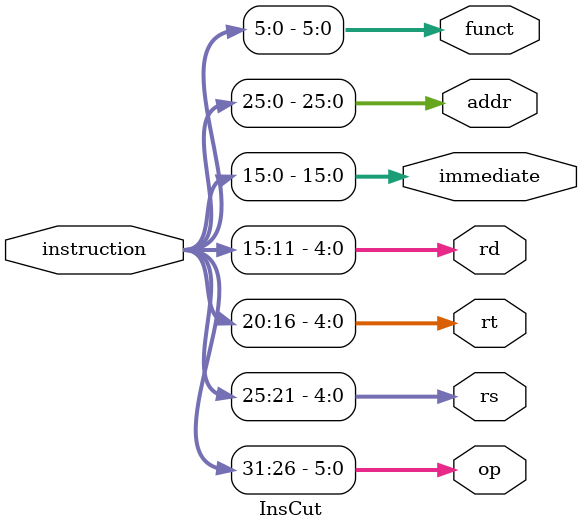
<source format=v>
`timescale 1ns / 1ps


module InsCut(
        input [31:0] instruction,
        output reg[5:0] op,
        output reg[4:0] rs,
        output reg[4:0] rt,
        output reg[4:0] rd,
        //output reg[4:0] sa,
        output reg[15:0] immediate,
        output reg[25:0] addr,
        output reg [5:0] funct
    );

    initial begin
        op = 5'b00000;
        rs = 5'b00000;
        rt = 5'b00000;
        rd = 5'b00000;
    end

    always@(*) 
    begin
        op = instruction[31:26];
        rs = instruction[25:21];
        rt = instruction[20:16];
        rd = instruction[15:11];
        //sa = instruction[10:6];
        immediate = instruction[15:0];
        addr = instruction[25:0];
        funct = instruction[5:0];
    end
endmodule
</source>
